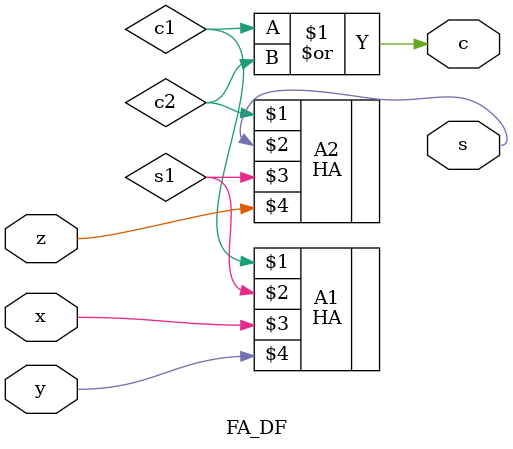
<source format=v>
`timescale 1ns / 1ps


module FA_DF(c,s,x,y,z);

input x,y,z;
output c,s;
wire c,s;
wire c1,s1,c2;

HA A1(c1,s1,x,y);
HA A2(c2,s,s1,z);
or (c, c1,c2);
endmodule

</source>
